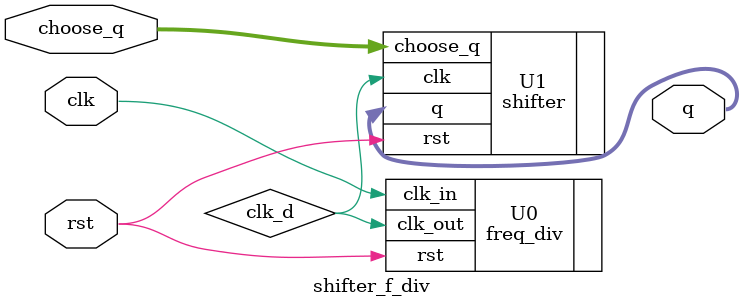
<source format=v>
`timescale 1ns / 1ps


module shifter_f_div(
     clk,
     rst,
     choose_q,
     q
    );
    input  clk;
    input  rst;
    input  [7:0] choose_q;
    output reg [7:0] q;
    
    wire clk_d;
    wire [7:0] q;
    
    freq_div U0 (
        .clk_out(clk_d),
        .clk_in(clk),
        .rst(rst)
        );
    
    shifter U1 (
        .clk(clk_d),
        .rst(rst),
        .q(q),
        .choose_q(choose_q)
        );
        
endmodule

</source>
